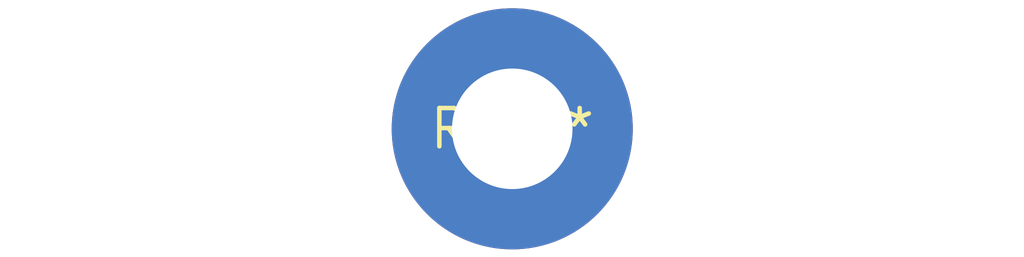
<source format=kicad_pcb>
(kicad_pcb (version 20240108) (generator pcbnew)
  (layers (0 "F.Cu" signal) (31 "B.Cu" signal) (34 "B.Paste" user) (35 "F.Paste" user) (36 "B.SilkS" user "B.Silkscreen") (37 "F.SilkS" user "F.Silkscreen") (38 "B.Mask" user) (39 "F.Mask" user) (44 "Edge.Cuts" user))
  (net 0 "")
  (footprint "MountingHole_4mm_Pad_TopBottom" (layer "F.Cu") (at 0 0)
    (property "Reference" "REF**")
    (property "Value" "MountingHole_4mm_Pad_TopBottom")
    (pad "1" thru_hole circle (at 0 0) (size 4.4 4.4) (drill 4) (layers *.Cu *.Mask) (remove_unused_layers))
    (pad "1" connect circle (at 0 0) (size 8 8) (layers "F.Cu" "F.Mask"))
    (pad "1" connect circle (at 0 0) (size 8 8) (layers "B.Cu" "B.Mask"))
  )
)
</source>
